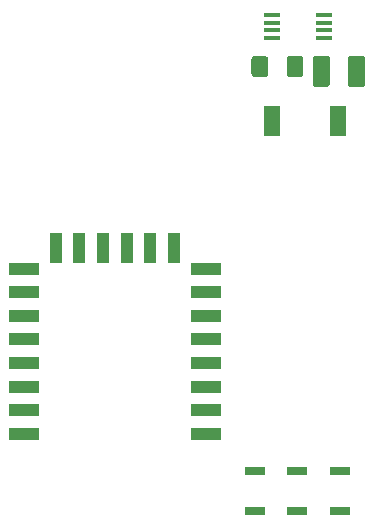
<source format=gtp>
G04 #@! TF.GenerationSoftware,KiCad,Pcbnew,5.0.2-bee76a0~70~ubuntu18.04.1*
G04 #@! TF.CreationDate,2019-08-17T16:59:23+02:00*
G04 #@! TF.ProjectId,HAN_ESP_TSS721,48414e5f-4553-4505-9f54-53533732312e,rev?*
G04 #@! TF.SameCoordinates,Original*
G04 #@! TF.FileFunction,Paste,Top*
G04 #@! TF.FilePolarity,Positive*
%FSLAX46Y46*%
G04 Gerber Fmt 4.6, Leading zero omitted, Abs format (unit mm)*
G04 Created by KiCad (PCBNEW 5.0.2-bee76a0~70~ubuntu18.04.1) date Sat 17 Aug 2019 04:59:23 PM CEST*
%MOMM*%
%LPD*%
G01*
G04 APERTURE LIST*
%ADD10R,2.500000X1.100000*%
%ADD11R,1.100000X2.500000*%
%ADD12R,1.397000X0.431800*%
%ADD13C,0.100000*%
%ADD14C,1.425000*%
%ADD15R,1.460500X2.590800*%
%ADD16R,1.700000X0.800000*%
G04 APERTURE END LIST*
D10*
G04 #@! TO.C,U5*
X50800000Y-106300000D03*
X50800000Y-104300000D03*
X50800000Y-102300000D03*
X50800000Y-100300000D03*
X50800000Y-98300000D03*
X50800000Y-96300000D03*
X50800000Y-94300000D03*
X50800000Y-92300000D03*
X35400000Y-92300000D03*
X35400000Y-94300000D03*
X35400000Y-96300000D03*
X35400000Y-98300000D03*
X35400000Y-100300000D03*
X35400000Y-102300000D03*
X35400000Y-104300000D03*
X35400000Y-106300000D03*
D11*
X48110000Y-90600000D03*
X46110000Y-90600000D03*
X44110000Y-90600000D03*
X42110000Y-90600000D03*
X40110000Y-90600000D03*
X38110000Y-90600000D03*
G04 #@! TD*
D12*
G04 #@! TO.C,U2*
X56390200Y-72775000D03*
X56390200Y-72125000D03*
X56390200Y-71475000D03*
X56390200Y-70825000D03*
X60809800Y-70825000D03*
X60809800Y-71475000D03*
X60809800Y-72125000D03*
X60809800Y-72775000D03*
G04 #@! TD*
D13*
G04 #@! TO.C,C3*
G36*
X64062004Y-74276204D02*
X64086273Y-74279804D01*
X64110071Y-74285765D01*
X64133171Y-74294030D01*
X64155349Y-74304520D01*
X64176393Y-74317133D01*
X64196098Y-74331747D01*
X64214277Y-74348223D01*
X64230753Y-74366402D01*
X64245367Y-74386107D01*
X64257980Y-74407151D01*
X64268470Y-74429329D01*
X64276735Y-74452429D01*
X64282696Y-74476227D01*
X64286296Y-74500496D01*
X64287500Y-74525000D01*
X64287500Y-76675000D01*
X64286296Y-76699504D01*
X64282696Y-76723773D01*
X64276735Y-76747571D01*
X64268470Y-76770671D01*
X64257980Y-76792849D01*
X64245367Y-76813893D01*
X64230753Y-76833598D01*
X64214277Y-76851777D01*
X64196098Y-76868253D01*
X64176393Y-76882867D01*
X64155349Y-76895480D01*
X64133171Y-76905970D01*
X64110071Y-76914235D01*
X64086273Y-76920196D01*
X64062004Y-76923796D01*
X64037500Y-76925000D01*
X63112500Y-76925000D01*
X63087996Y-76923796D01*
X63063727Y-76920196D01*
X63039929Y-76914235D01*
X63016829Y-76905970D01*
X62994651Y-76895480D01*
X62973607Y-76882867D01*
X62953902Y-76868253D01*
X62935723Y-76851777D01*
X62919247Y-76833598D01*
X62904633Y-76813893D01*
X62892020Y-76792849D01*
X62881530Y-76770671D01*
X62873265Y-76747571D01*
X62867304Y-76723773D01*
X62863704Y-76699504D01*
X62862500Y-76675000D01*
X62862500Y-74525000D01*
X62863704Y-74500496D01*
X62867304Y-74476227D01*
X62873265Y-74452429D01*
X62881530Y-74429329D01*
X62892020Y-74407151D01*
X62904633Y-74386107D01*
X62919247Y-74366402D01*
X62935723Y-74348223D01*
X62953902Y-74331747D01*
X62973607Y-74317133D01*
X62994651Y-74304520D01*
X63016829Y-74294030D01*
X63039929Y-74285765D01*
X63063727Y-74279804D01*
X63087996Y-74276204D01*
X63112500Y-74275000D01*
X64037500Y-74275000D01*
X64062004Y-74276204D01*
X64062004Y-74276204D01*
G37*
D14*
X63575000Y-75600000D03*
D13*
G36*
X61087004Y-74276204D02*
X61111273Y-74279804D01*
X61135071Y-74285765D01*
X61158171Y-74294030D01*
X61180349Y-74304520D01*
X61201393Y-74317133D01*
X61221098Y-74331747D01*
X61239277Y-74348223D01*
X61255753Y-74366402D01*
X61270367Y-74386107D01*
X61282980Y-74407151D01*
X61293470Y-74429329D01*
X61301735Y-74452429D01*
X61307696Y-74476227D01*
X61311296Y-74500496D01*
X61312500Y-74525000D01*
X61312500Y-76675000D01*
X61311296Y-76699504D01*
X61307696Y-76723773D01*
X61301735Y-76747571D01*
X61293470Y-76770671D01*
X61282980Y-76792849D01*
X61270367Y-76813893D01*
X61255753Y-76833598D01*
X61239277Y-76851777D01*
X61221098Y-76868253D01*
X61201393Y-76882867D01*
X61180349Y-76895480D01*
X61158171Y-76905970D01*
X61135071Y-76914235D01*
X61111273Y-76920196D01*
X61087004Y-76923796D01*
X61062500Y-76925000D01*
X60137500Y-76925000D01*
X60112996Y-76923796D01*
X60088727Y-76920196D01*
X60064929Y-76914235D01*
X60041829Y-76905970D01*
X60019651Y-76895480D01*
X59998607Y-76882867D01*
X59978902Y-76868253D01*
X59960723Y-76851777D01*
X59944247Y-76833598D01*
X59929633Y-76813893D01*
X59917020Y-76792849D01*
X59906530Y-76770671D01*
X59898265Y-76747571D01*
X59892304Y-76723773D01*
X59888704Y-76699504D01*
X59887500Y-76675000D01*
X59887500Y-74525000D01*
X59888704Y-74500496D01*
X59892304Y-74476227D01*
X59898265Y-74452429D01*
X59906530Y-74429329D01*
X59917020Y-74407151D01*
X59929633Y-74386107D01*
X59944247Y-74366402D01*
X59960723Y-74348223D01*
X59978902Y-74331747D01*
X59998607Y-74317133D01*
X60019651Y-74304520D01*
X60041829Y-74294030D01*
X60064929Y-74285765D01*
X60088727Y-74279804D01*
X60112996Y-74276204D01*
X60137500Y-74275000D01*
X61062500Y-74275000D01*
X61087004Y-74276204D01*
X61087004Y-74276204D01*
G37*
D14*
X60600000Y-75600000D03*
G04 #@! TD*
D13*
G04 #@! TO.C,C10*
G36*
X58862004Y-74326204D02*
X58886273Y-74329804D01*
X58910071Y-74335765D01*
X58933171Y-74344030D01*
X58955349Y-74354520D01*
X58976393Y-74367133D01*
X58996098Y-74381747D01*
X59014277Y-74398223D01*
X59030753Y-74416402D01*
X59045367Y-74436107D01*
X59057980Y-74457151D01*
X59068470Y-74479329D01*
X59076735Y-74502429D01*
X59082696Y-74526227D01*
X59086296Y-74550496D01*
X59087500Y-74575000D01*
X59087500Y-75825000D01*
X59086296Y-75849504D01*
X59082696Y-75873773D01*
X59076735Y-75897571D01*
X59068470Y-75920671D01*
X59057980Y-75942849D01*
X59045367Y-75963893D01*
X59030753Y-75983598D01*
X59014277Y-76001777D01*
X58996098Y-76018253D01*
X58976393Y-76032867D01*
X58955349Y-76045480D01*
X58933171Y-76055970D01*
X58910071Y-76064235D01*
X58886273Y-76070196D01*
X58862004Y-76073796D01*
X58837500Y-76075000D01*
X57912500Y-76075000D01*
X57887996Y-76073796D01*
X57863727Y-76070196D01*
X57839929Y-76064235D01*
X57816829Y-76055970D01*
X57794651Y-76045480D01*
X57773607Y-76032867D01*
X57753902Y-76018253D01*
X57735723Y-76001777D01*
X57719247Y-75983598D01*
X57704633Y-75963893D01*
X57692020Y-75942849D01*
X57681530Y-75920671D01*
X57673265Y-75897571D01*
X57667304Y-75873773D01*
X57663704Y-75849504D01*
X57662500Y-75825000D01*
X57662500Y-74575000D01*
X57663704Y-74550496D01*
X57667304Y-74526227D01*
X57673265Y-74502429D01*
X57681530Y-74479329D01*
X57692020Y-74457151D01*
X57704633Y-74436107D01*
X57719247Y-74416402D01*
X57735723Y-74398223D01*
X57753902Y-74381747D01*
X57773607Y-74367133D01*
X57794651Y-74354520D01*
X57816829Y-74344030D01*
X57839929Y-74335765D01*
X57863727Y-74329804D01*
X57887996Y-74326204D01*
X57912500Y-74325000D01*
X58837500Y-74325000D01*
X58862004Y-74326204D01*
X58862004Y-74326204D01*
G37*
D14*
X58375000Y-75200000D03*
D13*
G36*
X55887004Y-74326204D02*
X55911273Y-74329804D01*
X55935071Y-74335765D01*
X55958171Y-74344030D01*
X55980349Y-74354520D01*
X56001393Y-74367133D01*
X56021098Y-74381747D01*
X56039277Y-74398223D01*
X56055753Y-74416402D01*
X56070367Y-74436107D01*
X56082980Y-74457151D01*
X56093470Y-74479329D01*
X56101735Y-74502429D01*
X56107696Y-74526227D01*
X56111296Y-74550496D01*
X56112500Y-74575000D01*
X56112500Y-75825000D01*
X56111296Y-75849504D01*
X56107696Y-75873773D01*
X56101735Y-75897571D01*
X56093470Y-75920671D01*
X56082980Y-75942849D01*
X56070367Y-75963893D01*
X56055753Y-75983598D01*
X56039277Y-76001777D01*
X56021098Y-76018253D01*
X56001393Y-76032867D01*
X55980349Y-76045480D01*
X55958171Y-76055970D01*
X55935071Y-76064235D01*
X55911273Y-76070196D01*
X55887004Y-76073796D01*
X55862500Y-76075000D01*
X54937500Y-76075000D01*
X54912996Y-76073796D01*
X54888727Y-76070196D01*
X54864929Y-76064235D01*
X54841829Y-76055970D01*
X54819651Y-76045480D01*
X54798607Y-76032867D01*
X54778902Y-76018253D01*
X54760723Y-76001777D01*
X54744247Y-75983598D01*
X54729633Y-75963893D01*
X54717020Y-75942849D01*
X54706530Y-75920671D01*
X54698265Y-75897571D01*
X54692304Y-75873773D01*
X54688704Y-75849504D01*
X54687500Y-75825000D01*
X54687500Y-74575000D01*
X54688704Y-74550496D01*
X54692304Y-74526227D01*
X54698265Y-74502429D01*
X54706530Y-74479329D01*
X54717020Y-74457151D01*
X54729633Y-74436107D01*
X54744247Y-74416402D01*
X54760723Y-74398223D01*
X54778902Y-74381747D01*
X54798607Y-74367133D01*
X54819651Y-74354520D01*
X54841829Y-74344030D01*
X54864929Y-74335765D01*
X54888727Y-74329804D01*
X54912996Y-74326204D01*
X54937500Y-74325000D01*
X55862500Y-74325000D01*
X55887004Y-74326204D01*
X55887004Y-74326204D01*
G37*
D14*
X55400000Y-75200000D03*
G04 #@! TD*
D15*
G04 #@! TO.C,L1*
X56450100Y-79800000D03*
X62000000Y-79800000D03*
G04 #@! TD*
D16*
G04 #@! TO.C,S1*
X62150000Y-112800000D03*
X62150000Y-109400000D03*
G04 #@! TD*
G04 #@! TO.C,S2*
X58550000Y-112800000D03*
X58550000Y-109400000D03*
G04 #@! TD*
G04 #@! TO.C,S3*
X54950000Y-109400000D03*
X54950000Y-112800000D03*
G04 #@! TD*
M02*

</source>
